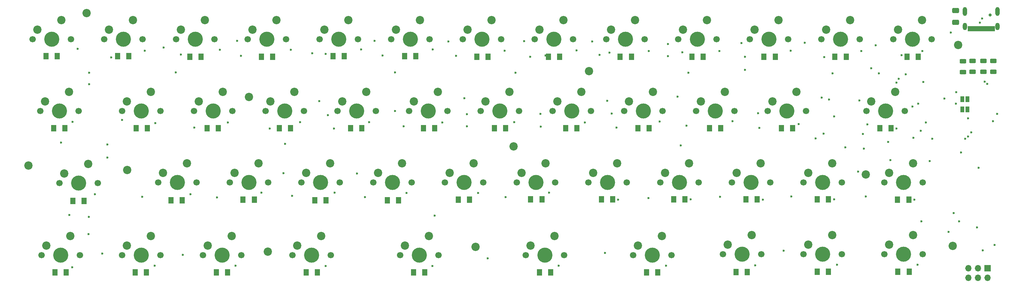
<source format=gbr>
%TF.GenerationSoftware,KiCad,Pcbnew,8.0.8-8.0.8-0~ubuntu24.04.1*%
%TF.CreationDate,2025-01-23T16:14:34-05:00*%
%TF.ProjectId,40 Keyboard,3430204b-6579-4626-9f61-72642e6b6963,4*%
%TF.SameCoordinates,Original*%
%TF.FileFunction,Soldermask,Top*%
%TF.FilePolarity,Negative*%
%FSLAX46Y46*%
G04 Gerber Fmt 4.6, Leading zero omitted, Abs format (unit mm)*
G04 Created by KiCad (PCBNEW 8.0.8-8.0.8-0~ubuntu24.04.1) date 2025-01-23 16:14:34*
%MOMM*%
%LPD*%
G01*
G04 APERTURE LIST*
G04 Aperture macros list*
%AMRoundRect*
0 Rectangle with rounded corners*
0 $1 Rounding radius*
0 $2 $3 $4 $5 $6 $7 $8 $9 X,Y pos of 4 corners*
0 Add a 4 corners polygon primitive as box body*
4,1,4,$2,$3,$4,$5,$6,$7,$8,$9,$2,$3,0*
0 Add four circle primitives for the rounded corners*
1,1,$1+$1,$2,$3*
1,1,$1+$1,$4,$5*
1,1,$1+$1,$6,$7*
1,1,$1+$1,$8,$9*
0 Add four rect primitives between the rounded corners*
20,1,$1+$1,$2,$3,$4,$5,0*
20,1,$1+$1,$4,$5,$6,$7,0*
20,1,$1+$1,$6,$7,$8,$9,0*
20,1,$1+$1,$8,$9,$2,$3,0*%
G04 Aperture macros list end*
%ADD10C,0.010000*%
%ADD11RoundRect,0.250001X-0.462499X-0.624999X0.462499X-0.624999X0.462499X0.624999X-0.462499X0.624999X0*%
%ADD12R,1.000000X1.500000*%
%ADD13C,1.700000*%
%ADD14C,4.000000*%
%ADD15C,2.200000*%
%ADD16RoundRect,0.250000X0.650000X-0.412500X0.650000X0.412500X-0.650000X0.412500X-0.650000X-0.412500X0*%
%ADD17RoundRect,0.250000X-0.625000X0.312500X-0.625000X-0.312500X0.625000X-0.312500X0.625000X0.312500X0*%
%ADD18O,1.152400X2.352400*%
%ADD19O,1.152400X1.952400*%
%ADD20R,1.700000X1.700000*%
%ADD21O,1.700000X1.700000*%
%ADD22C,0.600000*%
%ADD23C,0.800000*%
G04 APERTURE END LIST*
D10*
%TO.C,J1*%
X269358500Y-75788500D02*
X268641500Y-75788500D01*
X268641500Y-74511500D01*
X269358500Y-74511500D01*
X269358500Y-75788500D01*
G36*
X269358500Y-75788500D02*
G01*
X268641500Y-75788500D01*
X268641500Y-74511500D01*
X269358500Y-74511500D01*
X269358500Y-75788500D01*
G37*
X270158500Y-75788500D02*
X269441500Y-75788500D01*
X269441500Y-74511500D01*
X270158500Y-74511500D01*
X270158500Y-75788500D01*
G36*
X270158500Y-75788500D02*
G01*
X269441500Y-75788500D01*
X269441500Y-74511500D01*
X270158500Y-74511500D01*
X270158500Y-75788500D01*
G37*
X270662500Y-75788500D02*
X270237500Y-75788500D01*
X270237500Y-74511500D01*
X270662500Y-74511500D01*
X270662500Y-75788500D01*
G36*
X270662500Y-75788500D02*
G01*
X270237500Y-75788500D01*
X270237500Y-74511500D01*
X270662500Y-74511500D01*
X270662500Y-75788500D01*
G37*
X271162500Y-75788500D02*
X270737500Y-75788500D01*
X270737500Y-74511500D01*
X271162500Y-74511500D01*
X271162500Y-75788500D01*
G36*
X271162500Y-75788500D02*
G01*
X270737500Y-75788500D01*
X270737500Y-74511500D01*
X271162500Y-74511500D01*
X271162500Y-75788500D01*
G37*
X271662500Y-75788500D02*
X271237500Y-75788500D01*
X271237500Y-74511500D01*
X271662500Y-74511500D01*
X271662500Y-75788500D01*
G36*
X271662500Y-75788500D02*
G01*
X271237500Y-75788500D01*
X271237500Y-74511500D01*
X271662500Y-74511500D01*
X271662500Y-75788500D01*
G37*
X272162500Y-75788500D02*
X271737500Y-75788500D01*
X271737500Y-74511500D01*
X272162500Y-74511500D01*
X272162500Y-75788500D01*
G36*
X272162500Y-75788500D02*
G01*
X271737500Y-75788500D01*
X271737500Y-74511500D01*
X272162500Y-74511500D01*
X272162500Y-75788500D01*
G37*
X272662500Y-75788500D02*
X272237500Y-75788500D01*
X272237500Y-74511500D01*
X272662500Y-74511500D01*
X272662500Y-75788500D01*
G36*
X272662500Y-75788500D02*
G01*
X272237500Y-75788500D01*
X272237500Y-74511500D01*
X272662500Y-74511500D01*
X272662500Y-75788500D01*
G37*
X273162500Y-75788500D02*
X272737500Y-75788500D01*
X272737500Y-74511500D01*
X273162500Y-74511500D01*
X273162500Y-75788500D01*
G36*
X273162500Y-75788500D02*
G01*
X272737500Y-75788500D01*
X272737500Y-74511500D01*
X273162500Y-74511500D01*
X273162500Y-75788500D01*
G37*
X273662500Y-75788500D02*
X273237500Y-75788500D01*
X273237500Y-74511500D01*
X273662500Y-74511500D01*
X273662500Y-75788500D01*
G36*
X273662500Y-75788500D02*
G01*
X273237500Y-75788500D01*
X273237500Y-74511500D01*
X273662500Y-74511500D01*
X273662500Y-75788500D01*
G37*
X274162500Y-75788500D02*
X273737500Y-75788500D01*
X273737500Y-74511500D01*
X274162500Y-74511500D01*
X274162500Y-75788500D01*
G36*
X274162500Y-75788500D02*
G01*
X273737500Y-75788500D01*
X273737500Y-74511500D01*
X274162500Y-74511500D01*
X274162500Y-75788500D01*
G37*
X274958500Y-75788500D02*
X274241500Y-75788500D01*
X274241500Y-74511500D01*
X274958500Y-74511500D01*
X274958500Y-75788500D01*
G36*
X274958500Y-75788500D02*
G01*
X274241500Y-75788500D01*
X274241500Y-74511500D01*
X274958500Y-74511500D01*
X274958500Y-75788500D01*
G37*
X275758500Y-75788500D02*
X275041500Y-75788500D01*
X275041500Y-74511500D01*
X275758500Y-74511500D01*
X275758500Y-75788500D01*
G36*
X275758500Y-75788500D02*
G01*
X275041500Y-75788500D01*
X275041500Y-74511500D01*
X275758500Y-74511500D01*
X275758500Y-75788500D01*
G37*
%TD*%
D11*
%TO.C,D60*%
X233425000Y-82600000D03*
X236400000Y-82600000D03*
%TD*%
%TO.C,D89*%
X93325000Y-139900000D03*
X96300000Y-139900000D03*
%TD*%
D12*
%TO.C,J3*%
X268500000Y-96600000D03*
X267200000Y-96600000D03*
%TD*%
D13*
%TO.C,SW8*%
X153870000Y-78000000D03*
D14*
X158950000Y-78000000D03*
D13*
X164030000Y-78000000D03*
D15*
X161490000Y-72920000D03*
X155140000Y-75460000D03*
%TD*%
D13*
%TO.C,SW42*%
X179995000Y-135250000D03*
D14*
X185075000Y-135250000D03*
D13*
X190155000Y-135250000D03*
D15*
X187615000Y-130170000D03*
X181265000Y-132710000D03*
%TD*%
D11*
%TO.C,D51*%
X62525000Y-82600000D03*
X65500000Y-82600000D03*
%TD*%
D13*
%TO.C,SW6*%
X115870000Y-78000000D03*
D14*
X120950000Y-78000000D03*
D13*
X126030000Y-78000000D03*
D15*
X123490000Y-72920000D03*
X117140000Y-75460000D03*
%TD*%
D13*
%TO.C,SW41*%
X118245000Y-135250000D03*
D14*
X123325000Y-135250000D03*
D13*
X128405000Y-135250000D03*
D15*
X125865000Y-130170000D03*
X119515000Y-132710000D03*
%TD*%
D11*
%TO.C,D72*%
X219225000Y-101600000D03*
X222200000Y-101600000D03*
%TD*%
D13*
%TO.C,SW31*%
X149120000Y-116000000D03*
D14*
X154200000Y-116000000D03*
D13*
X159280000Y-116000000D03*
D15*
X156740000Y-110920000D03*
X150390000Y-113460000D03*
%TD*%
D13*
%TO.C,SW20*%
X158620000Y-97000000D03*
D14*
X163700000Y-97000000D03*
D13*
X168780000Y-97000000D03*
D15*
X166240000Y-91920000D03*
X159890000Y-94460000D03*
%TD*%
D13*
%TO.C,SW19*%
X139620000Y-97000000D03*
D14*
X144700000Y-97000000D03*
D13*
X149780000Y-97000000D03*
D15*
X147240000Y-91920000D03*
X140890000Y-94460000D03*
%TD*%
D11*
%TO.C,D77*%
X95625000Y-120700000D03*
X98600000Y-120700000D03*
%TD*%
%TO.C,D83*%
X209825000Y-120500000D03*
X212800000Y-120500000D03*
%TD*%
D16*
%TO.C,C2*%
X265400000Y-73500000D03*
X265400000Y-70375000D03*
%TD*%
D13*
%TO.C,SW44*%
X248870000Y-78000000D03*
D14*
X253950000Y-78000000D03*
D13*
X259030000Y-78000000D03*
D15*
X256490000Y-72920000D03*
X250140000Y-75460000D03*
%TD*%
D11*
%TO.C,D79*%
X133625000Y-120600000D03*
X136600000Y-120600000D03*
%TD*%
D15*
%TO.C,REF\u002A\u002A*%
X168300000Y-86400000D03*
%TD*%
D13*
%TO.C,SW24*%
X241745000Y-97000000D03*
D14*
X246825000Y-97000000D03*
D13*
X251905000Y-97000000D03*
D15*
X249365000Y-91920000D03*
X243015000Y-94460000D03*
%TD*%
D13*
%TO.C,SW21*%
X177620000Y-97000000D03*
D14*
X182700000Y-97000000D03*
D13*
X187780000Y-97000000D03*
D15*
X185240000Y-91920000D03*
X178890000Y-94460000D03*
%TD*%
D11*
%TO.C,D69*%
X162125000Y-101600000D03*
X165100000Y-101600000D03*
%TD*%
D13*
%TO.C,SW34*%
X206120000Y-116000000D03*
D14*
X211200000Y-116000000D03*
D13*
X216280000Y-116000000D03*
D15*
X213740000Y-110920000D03*
X207390000Y-113460000D03*
%TD*%
D13*
%TO.C,SW15*%
X63620000Y-97000000D03*
D14*
X68700000Y-97000000D03*
D13*
X73780000Y-97000000D03*
D15*
X71240000Y-91920000D03*
X64890000Y-94460000D03*
%TD*%
D13*
%TO.C,SW13*%
X22920000Y-97000000D03*
D14*
X28000000Y-97000000D03*
D13*
X33080000Y-97000000D03*
D15*
X30540000Y-91920000D03*
X24190000Y-94460000D03*
%TD*%
D13*
%TO.C,SW12*%
X229870000Y-78000000D03*
D14*
X234950000Y-78000000D03*
D13*
X240030000Y-78000000D03*
D15*
X237490000Y-72920000D03*
X231140000Y-75460000D03*
%TD*%
D11*
%TO.C,D52*%
X81525000Y-82600000D03*
X84500000Y-82600000D03*
%TD*%
%TO.C,D54*%
X119425000Y-82500000D03*
X122400000Y-82500000D03*
%TD*%
D17*
%TO.C,R19*%
X275400000Y-83700000D03*
X275400000Y-86625000D03*
%TD*%
D15*
%TO.C,REF\u002A\u002A*%
X78200000Y-93300000D03*
%TD*%
D13*
%TO.C,SW17*%
X101620000Y-97000000D03*
D14*
X106700000Y-97000000D03*
D13*
X111780000Y-97000000D03*
D15*
X109240000Y-91920000D03*
X102890000Y-94460000D03*
%TD*%
D17*
%TO.C,R16*%
X269900000Y-83700000D03*
X269900000Y-86625000D03*
%TD*%
D11*
%TO.C,D57*%
X176525000Y-82600000D03*
X179500000Y-82600000D03*
%TD*%
%TO.C,D75*%
X57525000Y-120700000D03*
X60500000Y-120700000D03*
%TD*%
%TO.C,D90*%
X121825000Y-139900000D03*
X124800000Y-139900000D03*
%TD*%
D13*
%TO.C,SW38*%
X44620000Y-135250000D03*
D14*
X49700000Y-135250000D03*
D13*
X54780000Y-135250000D03*
D15*
X52240000Y-130170000D03*
X45890000Y-132710000D03*
%TD*%
%TO.C,REF\u002A\u002A*%
X19800000Y-111500000D03*
%TD*%
D11*
%TO.C,D65*%
X86225000Y-101600000D03*
X89200000Y-101600000D03*
%TD*%
%TO.C,D70*%
X181225000Y-101600000D03*
X184200000Y-101600000D03*
%TD*%
%TO.C,D71*%
X200225000Y-101600000D03*
X203200000Y-101600000D03*
%TD*%
D13*
%TO.C,SW46*%
X203745000Y-135000000D03*
D14*
X208825000Y-135000000D03*
D13*
X213905000Y-135000000D03*
D15*
X211365000Y-129920000D03*
X205015000Y-132460000D03*
%TD*%
D13*
%TO.C,SW45*%
X225120000Y-135000000D03*
D14*
X230200000Y-135000000D03*
D13*
X235280000Y-135000000D03*
D15*
X232740000Y-129920000D03*
X226390000Y-132460000D03*
%TD*%
D11*
%TO.C,D91*%
X155125000Y-139900000D03*
X158100000Y-139900000D03*
%TD*%
%TO.C,D64*%
X67125000Y-101600000D03*
X70100000Y-101600000D03*
%TD*%
%TO.C,D73*%
X245312500Y-101600000D03*
X248287500Y-101600000D03*
%TD*%
D13*
%TO.C,SW35*%
X225120000Y-116000000D03*
D14*
X230200000Y-116000000D03*
D13*
X235280000Y-116000000D03*
D15*
X232740000Y-110920000D03*
X226390000Y-113460000D03*
%TD*%
D13*
%TO.C,SW48*%
X246495000Y-135000000D03*
D14*
X251575000Y-135000000D03*
D13*
X256655000Y-135000000D03*
D15*
X254115000Y-129920000D03*
X247765000Y-132460000D03*
%TD*%
D13*
%TO.C,SW39*%
X65995000Y-135250000D03*
D14*
X71075000Y-135250000D03*
D13*
X76155000Y-135250000D03*
D15*
X73615000Y-130170000D03*
X67265000Y-132710000D03*
%TD*%
D11*
%TO.C,D55*%
X138525000Y-82600000D03*
X141500000Y-82600000D03*
%TD*%
%TO.C,D78*%
X114825000Y-120700000D03*
X117800000Y-120700000D03*
%TD*%
%TO.C,D76*%
X76625000Y-120600000D03*
X79600000Y-120600000D03*
%TD*%
D15*
%TO.C,REF\u002A\u002A*%
X241600000Y-113900000D03*
%TD*%
D11*
%TO.C,D81*%
X171600000Y-120500000D03*
X174575000Y-120500000D03*
%TD*%
D13*
%TO.C,SW18*%
X120620000Y-97000000D03*
D14*
X125700000Y-97000000D03*
D13*
X130780000Y-97000000D03*
D15*
X128240000Y-91920000D03*
X121890000Y-94460000D03*
%TD*%
D11*
%TO.C,D48*%
X24400000Y-82500000D03*
X27375000Y-82500000D03*
%TD*%
%TO.C,D92*%
X183525000Y-139900000D03*
X186500000Y-139900000D03*
%TD*%
%TO.C,D56*%
X157500000Y-82600000D03*
X160475000Y-82600000D03*
%TD*%
D13*
%TO.C,SW11*%
X210870000Y-78000000D03*
D14*
X215950000Y-78000000D03*
D13*
X221030000Y-78000000D03*
D15*
X218490000Y-72920000D03*
X212140000Y-75460000D03*
%TD*%
D13*
%TO.C,SW33*%
X187120000Y-116000000D03*
D14*
X192200000Y-116000000D03*
D13*
X197280000Y-116000000D03*
D15*
X194740000Y-110920000D03*
X188390000Y-113460000D03*
%TD*%
D13*
%TO.C,SW9*%
X172870000Y-78000000D03*
D14*
X177950000Y-78000000D03*
D13*
X183030000Y-78000000D03*
D15*
X180490000Y-72920000D03*
X174140000Y-75460000D03*
%TD*%
D13*
%TO.C,SW10*%
X191870000Y-78000000D03*
D14*
X196950000Y-78000000D03*
D13*
X202030000Y-78000000D03*
D15*
X199490000Y-72920000D03*
X193140000Y-75460000D03*
%TD*%
D13*
%TO.C,SW36*%
X246495000Y-116000000D03*
D14*
X251575000Y-116000000D03*
D13*
X256655000Y-116000000D03*
D15*
X254115000Y-110920000D03*
X247765000Y-113460000D03*
%TD*%
D11*
%TO.C,D93*%
X207225000Y-139800000D03*
X210200000Y-139800000D03*
%TD*%
D13*
%TO.C,SW40*%
X89745000Y-135250000D03*
D14*
X94825000Y-135250000D03*
D13*
X99905000Y-135250000D03*
D15*
X97365000Y-130170000D03*
X91015000Y-132710000D03*
%TD*%
%TO.C,REF\u002A\u002A*%
X148300000Y-106400000D03*
%TD*%
D13*
%TO.C,SW5*%
X96870000Y-78000000D03*
D14*
X101950000Y-78000000D03*
D13*
X107030000Y-78000000D03*
D15*
X104490000Y-72920000D03*
X98140000Y-75460000D03*
%TD*%
D11*
%TO.C,D63*%
X48325000Y-101600000D03*
X51300000Y-101600000D03*
%TD*%
D13*
%TO.C,SW14*%
X44620000Y-97025000D03*
D14*
X49700000Y-97025000D03*
D13*
X54780000Y-97025000D03*
D15*
X52240000Y-91945000D03*
X45890000Y-94485000D03*
%TD*%
D13*
%TO.C,SW32*%
X168120000Y-116000000D03*
D14*
X173200000Y-116000000D03*
D13*
X178280000Y-116000000D03*
D15*
X175740000Y-110920000D03*
X169390000Y-113460000D03*
%TD*%
D11*
%TO.C,D53*%
X100425000Y-82500000D03*
X103400000Y-82500000D03*
%TD*%
%TO.C,D67*%
X124425000Y-101600000D03*
X127400000Y-101600000D03*
%TD*%
%TO.C,D84*%
X228725000Y-120500000D03*
X231700000Y-120500000D03*
%TD*%
D15*
%TO.C,REF\u002A\u002A*%
X83200000Y-134400000D03*
%TD*%
D13*
%TO.C,SW27*%
X73120000Y-116000000D03*
D14*
X78200000Y-116000000D03*
D13*
X83280000Y-116000000D03*
D15*
X80740000Y-110920000D03*
X74390000Y-113460000D03*
%TD*%
D11*
%TO.C,D82*%
X190725000Y-120500000D03*
X193700000Y-120500000D03*
%TD*%
D15*
%TO.C,REF\u002A\u002A*%
X35200000Y-71000000D03*
%TD*%
D13*
%TO.C,SW7*%
X134870000Y-78000000D03*
D14*
X139950000Y-78000000D03*
D13*
X145030000Y-78000000D03*
D15*
X142490000Y-72920000D03*
X136140000Y-75460000D03*
%TD*%
D13*
%TO.C,SW29*%
X111120000Y-116000000D03*
D14*
X116200000Y-116000000D03*
D13*
X121280000Y-116000000D03*
D15*
X118740000Y-110920000D03*
X112390000Y-113460000D03*
%TD*%
%TO.C,REF\u002A\u002A*%
X266100000Y-79500000D03*
%TD*%
D13*
%TO.C,SW25*%
X27995000Y-116150000D03*
D14*
X33075000Y-116150000D03*
D13*
X38155000Y-116150000D03*
D15*
X35615000Y-111070000D03*
X29265000Y-113610000D03*
%TD*%
D11*
%TO.C,D68*%
X143225000Y-101600000D03*
X146200000Y-101600000D03*
%TD*%
%TO.C,D86*%
X26825000Y-139900000D03*
X29800000Y-139900000D03*
%TD*%
%TO.C,D85*%
X250025000Y-120600000D03*
X253000000Y-120600000D03*
%TD*%
D15*
%TO.C,REF\u002A\u002A*%
X264600000Y-132800000D03*
%TD*%
D17*
%TO.C,R17*%
X272800000Y-83700000D03*
X272800000Y-86625000D03*
%TD*%
D13*
%TO.C,SW2*%
X39870000Y-78000000D03*
D14*
X44950000Y-78000000D03*
D13*
X50030000Y-78000000D03*
D15*
X47490000Y-72920000D03*
X41140000Y-75460000D03*
%TD*%
D13*
%TO.C,SW28*%
X92120000Y-116000000D03*
D14*
X97200000Y-116000000D03*
D13*
X102280000Y-116000000D03*
D15*
X99740000Y-110920000D03*
X93390000Y-113460000D03*
%TD*%
D13*
%TO.C,SW23*%
X215620000Y-97000000D03*
D14*
X220700000Y-97000000D03*
D13*
X225780000Y-97000000D03*
D15*
X223240000Y-91920000D03*
X216890000Y-94460000D03*
%TD*%
D17*
%TO.C,R18*%
X267300000Y-83800000D03*
X267300000Y-86725000D03*
%TD*%
D11*
%TO.C,D59*%
X214625000Y-82600000D03*
X217600000Y-82600000D03*
%TD*%
D13*
%TO.C,SW3*%
X58870000Y-78000000D03*
D14*
X63950000Y-78000000D03*
D13*
X69030000Y-78000000D03*
D15*
X66490000Y-72920000D03*
X60140000Y-75460000D03*
%TD*%
D11*
%TO.C,D87*%
X48025000Y-139900000D03*
X51000000Y-139900000D03*
%TD*%
%TO.C,D58*%
X195525000Y-82600000D03*
X198500000Y-82600000D03*
%TD*%
%TO.C,D88*%
X69525000Y-139900000D03*
X72500000Y-139900000D03*
%TD*%
D18*
%TO.C,J1*%
X276520000Y-70575000D03*
X267880000Y-70575000D03*
D19*
X276520000Y-74575000D03*
X267880000Y-74575000D03*
%TD*%
D13*
%TO.C,SW4*%
X77870000Y-78000000D03*
D14*
X82950000Y-78000000D03*
D13*
X88030000Y-78000000D03*
D15*
X85490000Y-72920000D03*
X79140000Y-75460000D03*
%TD*%
%TO.C,REF\u002A\u002A*%
X45900000Y-112700000D03*
%TD*%
D13*
%TO.C,SW22*%
X196620000Y-97000000D03*
D14*
X201700000Y-97000000D03*
D13*
X206780000Y-97000000D03*
D15*
X204240000Y-91920000D03*
X197890000Y-94460000D03*
%TD*%
D20*
%TO.C,U1*%
X273900000Y-138800000D03*
D21*
X273900000Y-141340000D03*
X271360000Y-138800000D03*
X271360000Y-141340000D03*
X268820000Y-138800000D03*
X268820000Y-141340000D03*
%TD*%
D15*
%TO.C,REF\u002A\u002A*%
X138200000Y-133100000D03*
%TD*%
D11*
%TO.C,D62*%
X26425000Y-101600000D03*
X29400000Y-101600000D03*
%TD*%
%TO.C,D50*%
X250100000Y-139700000D03*
X253075000Y-139700000D03*
%TD*%
%TO.C,D61*%
X252525000Y-82600000D03*
X255500000Y-82600000D03*
%TD*%
%TO.C,D80*%
X152825000Y-120500000D03*
X155800000Y-120500000D03*
%TD*%
%TO.C,D49*%
X43400000Y-82500000D03*
X46375000Y-82500000D03*
%TD*%
D12*
%TO.C,J4*%
X267200000Y-93900000D03*
X268500000Y-93900000D03*
%TD*%
D11*
%TO.C,D94*%
X228725000Y-139700000D03*
X231700000Y-139700000D03*
%TD*%
%TO.C,D74*%
X31525000Y-120900000D03*
X34500000Y-120900000D03*
%TD*%
D13*
%TO.C,SW1*%
X20870000Y-78000000D03*
D14*
X25950000Y-78000000D03*
D13*
X31030000Y-78000000D03*
D15*
X28490000Y-72920000D03*
X22140000Y-75460000D03*
%TD*%
D13*
%TO.C,SW43*%
X151495000Y-135250000D03*
D14*
X156575000Y-135250000D03*
D13*
X161655000Y-135250000D03*
D15*
X159115000Y-130170000D03*
X152765000Y-132710000D03*
%TD*%
D13*
%TO.C,SW16*%
X82620000Y-97000000D03*
D14*
X87700000Y-97000000D03*
D13*
X92780000Y-97000000D03*
D15*
X90240000Y-91920000D03*
X83890000Y-94460000D03*
%TD*%
D13*
%TO.C,SW30*%
X130120000Y-116000000D03*
D14*
X135200000Y-116000000D03*
D13*
X140280000Y-116000000D03*
D15*
X137740000Y-110920000D03*
X131390000Y-113460000D03*
%TD*%
D11*
%TO.C,D66*%
X105125000Y-101600000D03*
X108100000Y-101600000D03*
%TD*%
D13*
%TO.C,SW37*%
X23245000Y-135250000D03*
D14*
X28325000Y-135250000D03*
D13*
X33405000Y-135250000D03*
D15*
X30865000Y-130170000D03*
X24515000Y-132710000D03*
%TD*%
D13*
%TO.C,SW26*%
X54120000Y-116000000D03*
D14*
X59200000Y-116000000D03*
D13*
X64280000Y-116000000D03*
D15*
X61740000Y-110920000D03*
X55390000Y-113460000D03*
%TD*%
D22*
X267900000Y-104400000D03*
D23*
X274500000Y-71500000D03*
D22*
X264900000Y-124100000D03*
X194600000Y-86900000D03*
X148800000Y-86900000D03*
X39300000Y-134900000D03*
X264100000Y-76200000D03*
X233200000Y-98500000D03*
X98500000Y-81900000D03*
X58800000Y-86800000D03*
X87300000Y-113500000D03*
X127400000Y-124800000D03*
X60700000Y-135200000D03*
X265500000Y-95100000D03*
X271500000Y-112100000D03*
X266800000Y-108000000D03*
X244200000Y-79600000D03*
X106800000Y-113600000D03*
X96800000Y-94400000D03*
X141400000Y-136100000D03*
X28400000Y-105400000D03*
X193000000Y-81400000D03*
X135300000Y-93600000D03*
X271100000Y-127900000D03*
X225400000Y-78900000D03*
X116900000Y-86800000D03*
X55600000Y-80200000D03*
X156800000Y-82300000D03*
X259200000Y-104400000D03*
X87800000Y-105700000D03*
X265600000Y-92000000D03*
X173100000Y-94300000D03*
X172500000Y-134700000D03*
X239600000Y-113100000D03*
X30600000Y-124600000D03*
X236200000Y-106700000D03*
X219800000Y-134100000D03*
X173700000Y-81500000D03*
X268700000Y-99000000D03*
X268700000Y-103800000D03*
X272600000Y-134000000D03*
X262400000Y-93700000D03*
X275700000Y-132550000D03*
X276400000Y-97800000D03*
X275300000Y-99700000D03*
X256800000Y-89300000D03*
X256300000Y-126300000D03*
X251100000Y-82200000D03*
X252200000Y-87300000D03*
X256200000Y-102300000D03*
X258500000Y-110300000D03*
X95000000Y-81700000D03*
X108900000Y-119900000D03*
X248100000Y-110100000D03*
X99100000Y-98100000D03*
X257500000Y-100100000D03*
X100700000Y-101700000D03*
X229900000Y-93500000D03*
X131000000Y-78600000D03*
X135900000Y-97900000D03*
X146200000Y-119900000D03*
X133100000Y-82400000D03*
X239900000Y-94200000D03*
X135900000Y-101100000D03*
X111500000Y-78400000D03*
X116900000Y-97000000D03*
X119200000Y-101100000D03*
X113600000Y-82300000D03*
X247500000Y-105200000D03*
X231900000Y-94000000D03*
X41700000Y-82800000D03*
X44600000Y-99400000D03*
X49900000Y-119800000D03*
X60140000Y-82000000D03*
X69700000Y-120000000D03*
X63700000Y-101400000D03*
X263500000Y-129100000D03*
X266300000Y-126300000D03*
X75100000Y-78400000D03*
X83700000Y-101700000D03*
X76100000Y-82400000D03*
X89600000Y-119500000D03*
X151100000Y-78500000D03*
X155400000Y-97800000D03*
X155500000Y-101200000D03*
X152700000Y-82600000D03*
X254000000Y-95800000D03*
X228300000Y-104300000D03*
X174300000Y-97700000D03*
X254200000Y-104100000D03*
X171100000Y-82100000D03*
X255500000Y-95100000D03*
X169100000Y-78600000D03*
X184000000Y-120100000D03*
X192600000Y-106200000D03*
X175600000Y-101400000D03*
X241100000Y-107000000D03*
X249700000Y-89500000D03*
X203000000Y-119800000D03*
X191700000Y-93200000D03*
X194100000Y-100900000D03*
X243000000Y-85700000D03*
X189200000Y-82500000D03*
X209600000Y-86100000D03*
X189200000Y-79200000D03*
X221900000Y-119700000D03*
X208700000Y-79000000D03*
X250300000Y-88500000D03*
X213400000Y-101500000D03*
X213100000Y-97600000D03*
X232800000Y-87000000D03*
X245100000Y-87000000D03*
X209600000Y-82600000D03*
X241600000Y-119700000D03*
X269500000Y-102700000D03*
X242000000Y-100600000D03*
X230600000Y-82700000D03*
X272400000Y-72500000D03*
X271800000Y-73600000D03*
X273100000Y-89200000D03*
X273800000Y-89800000D03*
X32800000Y-80500000D03*
X50600000Y-81000000D03*
X255300000Y-137800000D03*
X70500000Y-80800000D03*
X89300000Y-80800000D03*
X107900000Y-80700000D03*
X126900000Y-80700000D03*
X145900000Y-81000000D03*
X165000000Y-80900000D03*
X184100000Y-81100000D03*
X202800000Y-81100000D03*
X221700000Y-81000000D03*
X240400000Y-81100000D03*
X256600000Y-81100000D03*
X31500000Y-99900000D03*
X53400000Y-100200000D03*
X72600000Y-100100000D03*
X91700000Y-100000000D03*
X110000000Y-100000000D03*
X129400000Y-100100000D03*
X148500000Y-100000000D03*
X167200000Y-100100000D03*
X187000000Y-99800000D03*
X206300000Y-99700000D03*
X223800000Y-100500000D03*
X249700000Y-101700000D03*
X37400000Y-119100000D03*
X62700000Y-119100000D03*
X81500000Y-118700000D03*
X100900000Y-118700000D03*
X119900000Y-118800000D03*
X138900000Y-118800000D03*
X157700000Y-118700000D03*
X176000000Y-120600000D03*
X195200000Y-120500000D03*
X214300000Y-120600000D03*
X233200000Y-120500000D03*
X254500000Y-120600000D03*
X31400000Y-138500000D03*
X53200000Y-138100000D03*
X74600000Y-138100000D03*
X98500000Y-138200000D03*
X126800000Y-138200000D03*
X160200000Y-138100000D03*
X188700000Y-138100000D03*
X212300000Y-138000000D03*
X234000000Y-137800000D03*
X35700000Y-129700000D03*
X40700000Y-105900000D03*
X230400000Y-103000000D03*
X40700000Y-109400000D03*
X35900000Y-86900000D03*
X240800000Y-103100000D03*
X35900000Y-89900000D03*
X35800000Y-125100000D03*
M02*

</source>
